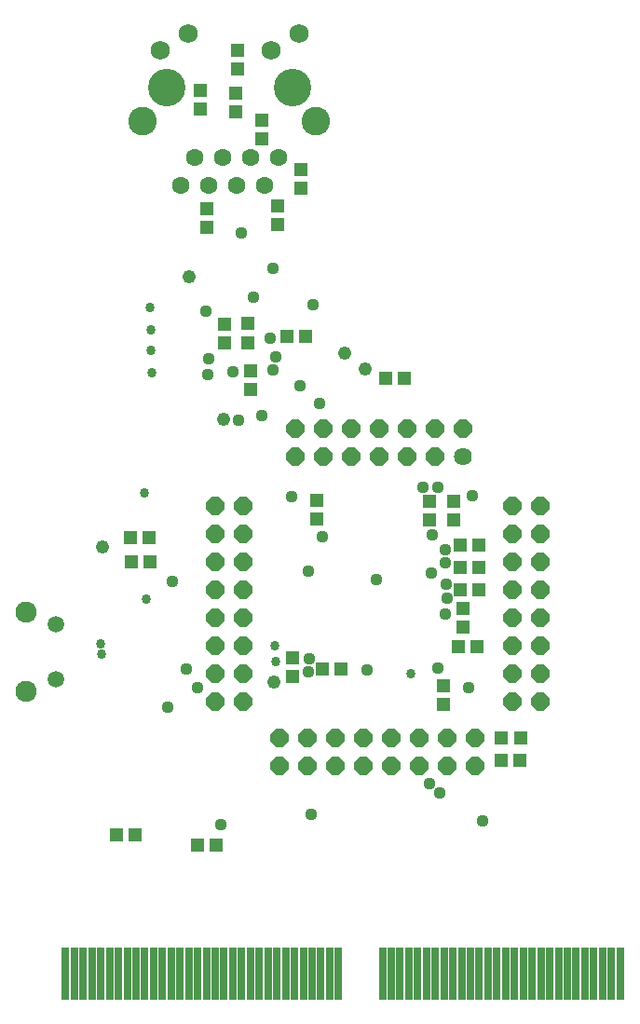
<source format=gbs>
G75*
%MOIN*%
%OFA0B0*%
%FSLAX25Y25*%
%IPPOS*%
%LPD*%
%AMOC8*
5,1,8,0,0,1.08239X$1,22.5*
%
%ADD10R,0.05131X0.04737*%
%ADD11R,0.04737X0.05131*%
%ADD12C,0.05950*%
%ADD13C,0.07591*%
%ADD14OC8,0.06400*%
%ADD15C,0.06300*%
%ADD16C,0.10250*%
%ADD17C,0.06800*%
%ADD18C,0.13400*%
%ADD19C,0.06400*%
%ADD20R,0.03162X0.18517*%
%ADD21C,0.04400*%
%ADD22C,0.04762*%
%ADD23C,0.03400*%
D10*
X0110979Y0074345D03*
X0117672Y0074345D03*
X0140175Y0070580D03*
X0146868Y0070580D03*
X0184880Y0133720D03*
X0191573Y0133720D03*
X0233523Y0141750D03*
X0240216Y0141750D03*
X0240764Y0161929D03*
X0234071Y0161929D03*
X0234037Y0169983D03*
X0240729Y0169983D03*
X0240753Y0178031D03*
X0234060Y0178031D03*
X0248889Y0109095D03*
X0255582Y0109095D03*
X0255542Y0100815D03*
X0248849Y0100815D03*
X0123038Y0172038D03*
X0116345Y0172038D03*
X0116009Y0180509D03*
X0122702Y0180509D03*
X0171918Y0252497D03*
X0178611Y0252497D03*
X0168685Y0292642D03*
X0168685Y0299335D03*
X0176997Y0305599D03*
X0176997Y0312292D03*
X0163058Y0323280D03*
X0163058Y0329973D03*
X0153769Y0333052D03*
X0153769Y0339745D03*
X0154579Y0348407D03*
X0154579Y0355100D03*
X0141162Y0340664D03*
X0141162Y0333972D03*
X0143542Y0298288D03*
X0143542Y0291595D03*
D11*
X0149867Y0257112D03*
X0149867Y0250419D03*
X0157941Y0250428D03*
X0157941Y0257121D03*
X0159181Y0240339D03*
X0159181Y0233646D03*
X0182888Y0193936D03*
X0182888Y0187243D03*
X0223180Y0186815D03*
X0223180Y0193508D03*
X0231631Y0193495D03*
X0231631Y0186802D03*
X0234947Y0155148D03*
X0234947Y0148455D03*
X0228146Y0127484D03*
X0228146Y0120791D03*
X0174212Y0130841D03*
X0174212Y0137534D03*
X0207402Y0237733D03*
X0214094Y0237733D03*
D12*
X0089292Y0149698D03*
X0089292Y0130013D03*
D13*
X0078662Y0125693D03*
X0078662Y0154019D03*
D14*
X0146363Y0152089D03*
X0146363Y0142089D03*
X0146363Y0132089D03*
X0146363Y0122089D03*
X0156363Y0122089D03*
X0156363Y0132089D03*
X0156363Y0142089D03*
X0156363Y0152089D03*
X0156363Y0162089D03*
X0156363Y0172089D03*
X0146363Y0172089D03*
X0146363Y0162089D03*
X0146363Y0182089D03*
X0146363Y0192089D03*
X0156363Y0192089D03*
X0156363Y0182089D03*
X0174972Y0209659D03*
X0184972Y0209659D03*
X0194972Y0209659D03*
X0204972Y0209659D03*
X0214972Y0209659D03*
X0224972Y0209659D03*
X0224972Y0219659D03*
X0214972Y0219659D03*
X0204972Y0219659D03*
X0194972Y0219659D03*
X0184972Y0219659D03*
X0174972Y0219659D03*
X0234972Y0219659D03*
X0252662Y0192089D03*
X0252662Y0182089D03*
X0262662Y0182089D03*
X0262662Y0192089D03*
X0262662Y0172089D03*
X0262662Y0162089D03*
X0252662Y0162089D03*
X0252662Y0172089D03*
X0252662Y0152089D03*
X0262662Y0152089D03*
X0262662Y0142089D03*
X0262662Y0132089D03*
X0252662Y0132089D03*
X0252662Y0142089D03*
X0252662Y0122089D03*
X0262662Y0122089D03*
X0239513Y0108940D03*
X0239513Y0098940D03*
X0229513Y0098940D03*
X0219513Y0098940D03*
X0219513Y0108940D03*
X0229513Y0108940D03*
X0209513Y0108940D03*
X0199513Y0108940D03*
X0199513Y0098940D03*
X0209513Y0098940D03*
X0189513Y0098940D03*
X0179513Y0098940D03*
X0179513Y0108940D03*
X0189513Y0108940D03*
X0169513Y0108940D03*
X0169513Y0098940D03*
D15*
X0163981Y0306558D03*
X0153981Y0306558D03*
X0143981Y0306558D03*
X0133981Y0306558D03*
X0138981Y0316558D03*
X0148981Y0316558D03*
X0158981Y0316558D03*
X0168981Y0316558D03*
D16*
X0182481Y0329558D03*
X0120481Y0329558D03*
D17*
X0126581Y0354858D03*
X0136581Y0360858D03*
X0166381Y0354858D03*
X0176381Y0360858D03*
D18*
X0173981Y0341558D03*
X0128981Y0341558D03*
D19*
X0234972Y0209659D03*
D20*
X0092878Y0024602D03*
X0096028Y0024602D03*
X0099177Y0024602D03*
X0102327Y0024602D03*
X0105476Y0024602D03*
X0108626Y0024602D03*
X0111776Y0024602D03*
X0114925Y0024602D03*
X0118075Y0024602D03*
X0121224Y0024602D03*
X0124374Y0024602D03*
X0127524Y0024602D03*
X0130673Y0024602D03*
X0133823Y0024602D03*
X0136972Y0024602D03*
X0140122Y0024602D03*
X0143272Y0024602D03*
X0146421Y0024602D03*
X0149571Y0024602D03*
X0152721Y0024602D03*
X0155870Y0024602D03*
X0159020Y0024602D03*
X0162169Y0024602D03*
X0165319Y0024602D03*
X0168469Y0024602D03*
X0171618Y0024602D03*
X0174768Y0024602D03*
X0177917Y0024602D03*
X0181067Y0024602D03*
X0184217Y0024602D03*
X0187366Y0024602D03*
X0190516Y0024602D03*
X0206264Y0024602D03*
X0209413Y0024602D03*
X0212563Y0024602D03*
X0215713Y0024602D03*
X0218862Y0024602D03*
X0222012Y0024602D03*
X0225161Y0024602D03*
X0228311Y0024602D03*
X0231461Y0024602D03*
X0234610Y0024602D03*
X0237760Y0024602D03*
X0240909Y0024602D03*
X0244059Y0024602D03*
X0247209Y0024602D03*
X0250358Y0024602D03*
X0253508Y0024602D03*
X0256658Y0024602D03*
X0259807Y0024602D03*
X0262957Y0024602D03*
X0266106Y0024602D03*
X0269256Y0024602D03*
X0272406Y0024602D03*
X0275555Y0024602D03*
X0278705Y0024602D03*
X0281854Y0024602D03*
X0285004Y0024602D03*
X0288154Y0024602D03*
X0291303Y0024602D03*
D21*
X0242096Y0079280D03*
X0226800Y0089231D03*
X0223040Y0092565D03*
X0237181Y0126818D03*
X0226241Y0133928D03*
X0228711Y0153162D03*
X0229327Y0159044D03*
X0228949Y0163852D03*
X0223655Y0167842D03*
X0228621Y0171668D03*
X0228650Y0176373D03*
X0223986Y0181631D03*
X0238513Y0195496D03*
X0226152Y0198593D03*
X0220805Y0198698D03*
X0204145Y0165463D03*
X0184724Y0181109D03*
X0173685Y0195386D03*
X0179865Y0168699D03*
X0179945Y0137195D03*
X0179758Y0132486D03*
X0200655Y0133227D03*
X0180808Y0081716D03*
X0148461Y0078015D03*
X0129438Y0119967D03*
X0140202Y0126997D03*
X0136115Y0133573D03*
X0131007Y0165038D03*
X0154894Y0222497D03*
X0163219Y0224256D03*
X0176701Y0235104D03*
X0183870Y0228648D03*
X0167941Y0245420D03*
X0167059Y0240638D03*
X0165994Y0252040D03*
X0152723Y0240034D03*
X0143646Y0238825D03*
X0144111Y0244651D03*
X0142921Y0261573D03*
X0160152Y0266711D03*
X0167156Y0276944D03*
X0155897Y0289526D03*
X0181437Y0263855D03*
D22*
X0192870Y0246466D03*
X0200047Y0240861D03*
X0149262Y0223053D03*
X0105994Y0177336D03*
X0167569Y0128861D03*
X0137203Y0273900D03*
D23*
X0122928Y0262977D03*
X0123476Y0255116D03*
X0123445Y0247475D03*
X0123888Y0239542D03*
X0121188Y0196722D03*
X0121833Y0158669D03*
X0105486Y0142647D03*
X0105796Y0138849D03*
X0167898Y0141858D03*
X0168167Y0136200D03*
X0216300Y0131891D03*
M02*

</source>
